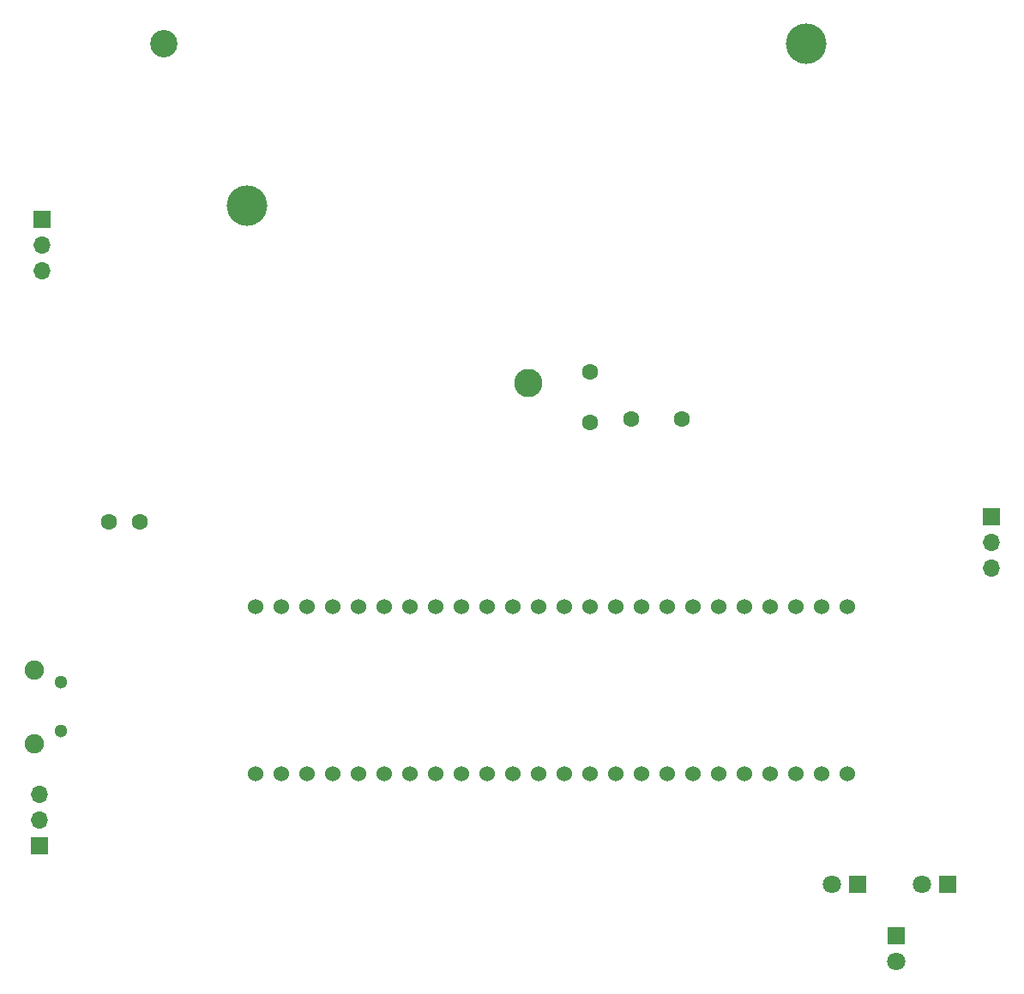
<source format=gbr>
%TF.GenerationSoftware,KiCad,Pcbnew,(7.0.0)*%
%TF.CreationDate,2023-04-03T20:11:10+02:00*%
%TF.ProjectId,FullSchematic,46756c6c-5363-4686-956d-617469632e6b,rev?*%
%TF.SameCoordinates,Original*%
%TF.FileFunction,Soldermask,Bot*%
%TF.FilePolarity,Negative*%
%FSLAX46Y46*%
G04 Gerber Fmt 4.6, Leading zero omitted, Abs format (unit mm)*
G04 Created by KiCad (PCBNEW (7.0.0)) date 2023-04-03 20:11:10*
%MOMM*%
%LPD*%
G01*
G04 APERTURE LIST*
%ADD10C,1.600000*%
%ADD11C,1.524000*%
%ADD12R,1.800000X1.800000*%
%ADD13C,1.800000*%
%ADD14C,2.800000*%
%ADD15R,1.700000X1.700000*%
%ADD16O,1.700000X1.700000*%
%ADD17C,4.000000*%
%ADD18C,2.700000*%
%ADD19C,1.300000*%
%ADD20C,1.900000*%
G04 APERTURE END LIST*
D10*
%TO.C,C5*%
X117136000Y-94727000D03*
X112136000Y-94727000D03*
%TD*%
D11*
%TO.C,U4*%
X75012000Y-129779000D03*
X77552000Y-129779000D03*
X80092000Y-129779000D03*
X82632000Y-129779000D03*
X85172000Y-129779000D03*
X87712000Y-129779000D03*
X90252000Y-129779000D03*
X92792000Y-129779000D03*
X95332000Y-129779000D03*
X97872000Y-129779000D03*
X100412000Y-129779000D03*
X102952000Y-129779000D03*
X105492000Y-129779000D03*
X108032000Y-129779000D03*
X110572000Y-129779000D03*
X113112000Y-129779000D03*
X115652000Y-129779000D03*
X118192000Y-129779000D03*
X120732000Y-129779000D03*
X123272000Y-129779000D03*
X125812000Y-129779000D03*
X128352000Y-129779000D03*
X130892000Y-129779000D03*
X133432000Y-129779000D03*
X133432000Y-113269000D03*
X130892000Y-113269000D03*
X128352000Y-113269000D03*
X125812000Y-113269000D03*
X123272000Y-113269000D03*
X120732000Y-113269000D03*
X118192000Y-113269000D03*
X115652000Y-113269000D03*
X113112000Y-113269000D03*
X110572000Y-113269000D03*
X108032000Y-113269000D03*
X105492000Y-113269000D03*
X102952000Y-113269000D03*
X100412000Y-113269000D03*
X97872000Y-113269000D03*
X95332000Y-113269000D03*
X92792000Y-113269000D03*
X90252000Y-113269000D03*
X87712000Y-113269000D03*
X85172000Y-113269000D03*
X82632000Y-113269000D03*
X80092000Y-113269000D03*
X77552000Y-113269000D03*
X75012000Y-113269000D03*
%TD*%
D12*
%TO.C,D2*%
X134447999Y-140700999D03*
D13*
X131908000Y-140701000D03*
%TD*%
D14*
%TO.C,TP17*%
X101936000Y-91171000D03*
%TD*%
D10*
%TO.C,R12*%
X63572000Y-104887000D03*
X60572000Y-104887000D03*
%TD*%
D15*
%TO.C,J5*%
X54000399Y-75031599D03*
D16*
X54000399Y-77571599D03*
X54000399Y-80111599D03*
%TD*%
D10*
%TO.C,C13*%
X108032000Y-95115000D03*
X108032000Y-90115000D03*
%TD*%
D17*
%TO.C,BT1*%
X129368000Y-57660000D03*
X74168000Y-73660000D03*
D18*
X65948000Y-57660000D03*
%TD*%
D15*
%TO.C,J4*%
X53675999Y-136890999D03*
D16*
X53675999Y-134350999D03*
X53675999Y-131810999D03*
%TD*%
D15*
%TO.C,J3*%
X147655999Y-104378999D03*
D16*
X147655999Y-106918999D03*
X147655999Y-109458999D03*
%TD*%
D19*
%TO.C,J1*%
X55848000Y-120750000D03*
X55848000Y-125600000D03*
D20*
X53168000Y-119550000D03*
X53168000Y-126800000D03*
%TD*%
D12*
%TO.C,D3*%
X138257999Y-145780999D03*
D13*
X138258000Y-148321000D03*
%TD*%
D12*
%TO.C,D1*%
X143337999Y-140700999D03*
D13*
X140798000Y-140701000D03*
%TD*%
M02*

</source>
